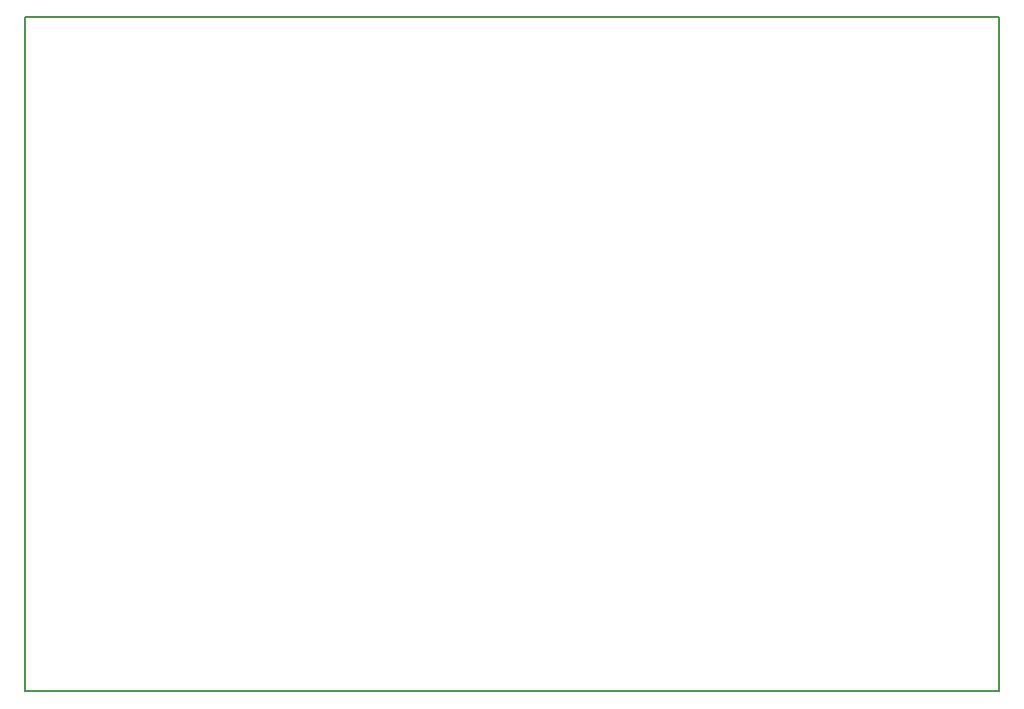
<source format=gbr>
G04 #@! TF.FileFunction,Profile,NP*
%FSLAX46Y46*%
G04 Gerber Fmt 4.6, Leading zero omitted, Abs format (unit mm)*
G04 Created by KiCad (PCBNEW 4.0.2-stable) date 29/08/2016 16:57:44*
%MOMM*%
G01*
G04 APERTURE LIST*
%ADD10C,0.100000*%
%ADD11C,0.150000*%
G04 APERTURE END LIST*
D10*
D11*
X104902000Y-33020000D02*
X22352000Y-33020000D01*
X104902000Y-90170000D02*
X104902000Y-33020000D01*
X22352000Y-90170000D02*
X104902000Y-90170000D01*
X22352000Y-33020000D02*
X22352000Y-90170000D01*
M02*

</source>
